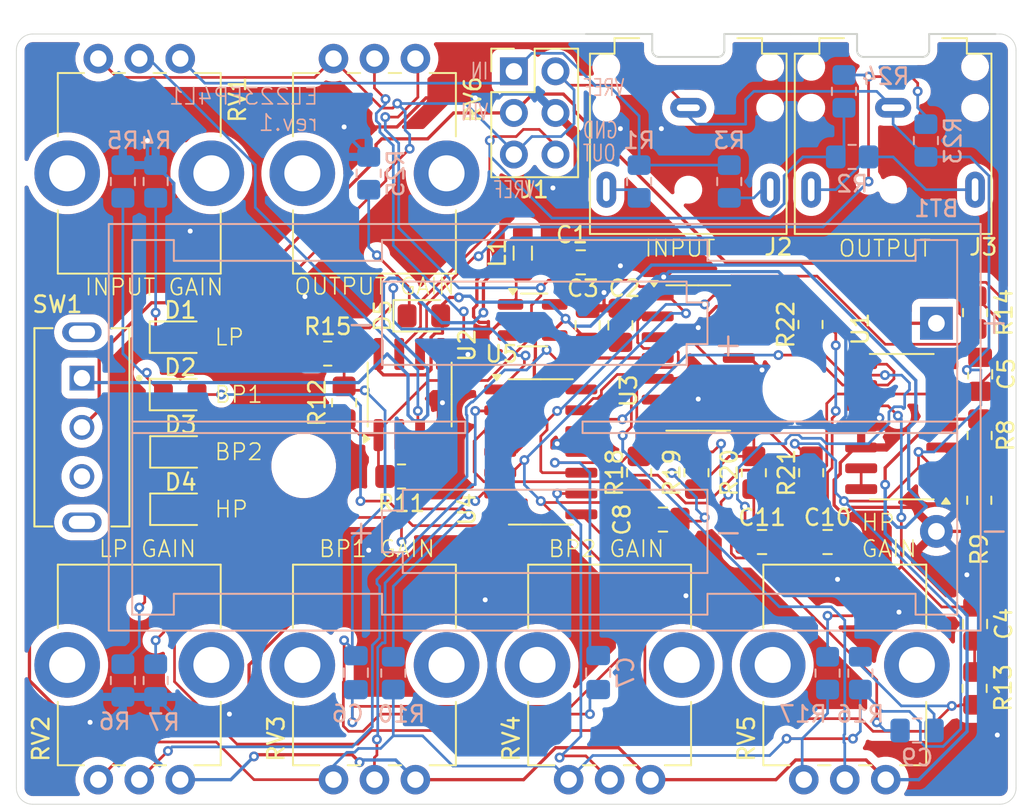
<source format=kicad_pcb>
(kicad_pcb
	(version 20241229)
	(generator "pcbnew")
	(generator_version "9.0")
	(general
		(thickness 1.6)
		(legacy_teardrops no)
	)
	(paper "USLetter")
	(layers
		(0 "F.Cu" signal)
		(2 "B.Cu" signal)
		(9 "F.Adhes" user "F.Adhesive")
		(11 "B.Adhes" user "B.Adhesive")
		(13 "F.Paste" user)
		(15 "B.Paste" user)
		(5 "F.SilkS" user "F.Silkscreen")
		(7 "B.SilkS" user "B.Silkscreen")
		(1 "F.Mask" user)
		(3 "B.Mask" user)
		(17 "Dwgs.User" user "User.Drawings")
		(19 "Cmts.User" user "User.Comments")
		(21 "Eco1.User" user "User.Eco1")
		(23 "Eco2.User" user "User.Eco2")
		(25 "Edge.Cuts" user)
		(27 "Margin" user)
		(31 "F.CrtYd" user "F.Courtyard")
		(29 "B.CrtYd" user "B.Courtyard")
		(35 "F.Fab" user)
		(33 "B.Fab" user)
		(39 "User.1" user)
		(41 "User.2" user)
		(43 "User.3" user)
		(45 "User.4" user)
	)
	(setup
		(stackup
			(layer "F.SilkS"
				(type "Top Silk Screen")
			)
			(layer "F.Paste"
				(type "Top Solder Paste")
			)
			(layer "F.Mask"
				(type "Top Solder Mask")
				(thickness 0.01)
			)
			(layer "F.Cu"
				(type "copper")
				(thickness 0.035)
			)
			(layer "dielectric 1"
				(type "core")
				(thickness 1.51)
				(material "FR4")
				(epsilon_r 4.5)
				(loss_tangent 0.02)
			)
			(layer "B.Cu"
				(type "copper")
				(thickness 0.035)
			)
			(layer "B.Mask"
				(type "Bottom Solder Mask")
				(thickness 0.01)
			)
			(layer "B.Paste"
				(type "Bottom Solder Paste")
			)
			(layer "B.SilkS"
				(type "Bottom Silk Screen")
			)
			(copper_finish "None")
			(dielectric_constraints no)
		)
		(pad_to_mask_clearance 0)
		(allow_soldermask_bridges_in_footprints no)
		(tenting front back)
		(aux_axis_origin 25 23.5)
		(grid_origin 55.357994 25.776109)
		(pcbplotparams
			(layerselection 0x00000000_00000000_55555555_5755f5ff)
			(plot_on_all_layers_selection 0x00000000_00000000_00000000_00000000)
			(disableapertmacros no)
			(usegerberextensions no)
			(usegerberattributes yes)
			(usegerberadvancedattributes yes)
			(creategerberjobfile yes)
			(dashed_line_dash_ratio 12.000000)
			(dashed_line_gap_ratio 3.000000)
			(svgprecision 4)
			(plotframeref no)
			(mode 1)
			(useauxorigin no)
			(hpglpennumber 1)
			(hpglpenspeed 20)
			(hpglpendiameter 15.000000)
			(pdf_front_fp_property_popups yes)
			(pdf_back_fp_property_popups yes)
			(pdf_metadata yes)
			(pdf_single_document no)
			(dxfpolygonmode yes)
			(dxfimperialunits yes)
			(dxfusepcbnewfont yes)
			(psnegative no)
			(psa4output no)
			(plot_black_and_white yes)
			(plotinvisibletext no)
			(sketchpadsonfab no)
			(plotpadnumbers no)
			(hidednponfab no)
			(sketchdnponfab yes)
			(crossoutdnponfab yes)
			(subtractmaskfromsilk no)
			(outputformat 1)
			(mirror no)
			(drillshape 0)
			(scaleselection 1)
			(outputdirectory "prod/")
		)
	)
	(net 0 "")
	(net 1 "GND")
	(net 2 "Net-(U1B-+)")
	(net 3 "VREF")
	(net 4 "Net-(U3A--)")
	(net 5 "Net-(U3C--)")
	(net 6 "/FILTERS/OBP1")
	(net 7 "/RAIL_GEN/VIN+")
	(net 8 "VCC")
	(net 9 "/FILTERS/IBP1")
	(net 10 "Net-(U1C-+)")
	(net 11 "/FILTERS/OBP2")
	(net 12 "Net-(C10-Pad1)")
	(net 13 "Net-(U3D--)")
	(net 14 "/LED_GAIN/OUTA")
	(net 15 "Net-(D1-K)")
	(net 16 "/LED_GAIN/OUTB")
	(net 17 "Net-(D2-K)")
	(net 18 "/LED_GAIN/OUTC")
	(net 19 "Net-(D3-K)")
	(net 20 "Net-(D4-K)")
	(net 21 "/LED_GAIN/OUTD")
	(net 22 "OUT")
	(net 23 "IN")
	(net 24 "Net-(J2-PadR)")
	(net 25 "Net-(J2-PadT)")
	(net 26 "Net-(J3-PadR)")
	(net 27 "Net-(U5-SW)")
	(net 28 "Net-(U1A-+)")
	(net 29 "/LED_GAIN/AREF")
	(net 30 "/LED_GAIN/BREF")
	(net 31 "/LED_GAIN/CREF")
	(net 32 "/LED_GAIN/DREF")
	(net 33 "Net-(U1D--)")
	(net 34 "/FILTERS/OHP")
	(net 35 "/FILTERS/OLP")
	(net 36 "Net-(U3B--)")
	(net 37 "unconnected-(U5-NC-Pad3)")
	(net 38 "unconnected-(U5-NC-Pad5)")
	(net 39 "Net-(C6-Pad1)")
	(net 40 "Net-(C8-Pad1)")
	(net 41 "Net-(C8-Pad2)")
	(net 42 "Net-(U2A--)")
	(net 43 "Net-(U2B--)")
	(net 44 "Net-(U2A-+)")
	(net 45 "Net-(U2B-+)")
	(net 46 "unconnected-(SW1-C-Pad3)")
	(net 47 "VIN")
	(net 48 "Net-(D5-K)")
	(footprint "Custom:Jack_3.5mm_CUI_SJ1-3523N_Horizontal" (layer "F.Cu") (at 66 28 180))
	(footprint "LED_SMD:LED_0805_2012Metric_Pad1.15x1.40mm_HandSolder" (layer "F.Cu") (at 35.025 52.5))
	(footprint "Connector_PinHeader_2.54mm:PinHeader_2x03_P2.54mm_Vertical" (layer "F.Cu") (at 55.357994 25.776109))
	(footprint "LED_SMD:LED_0805_2012Metric_Pad1.15x1.40mm_HandSolder" (layer "F.Cu") (at 35 45.5))
	(footprint "Capacitor_SMD:C_0805_2012Metric_Pad1.18x1.45mm_HandSolder" (layer "F.Cu") (at 64.45468 53.129359))
	(footprint "Capacitor_SMD:C_0805_2012Metric_Pad1.18x1.45mm_HandSolder" (layer "F.Cu") (at 59.857994 41.276109 90))
	(footprint "Inductor_SMD:L_0805_2012Metric_Pad1.05x1.20mm_HandSolder" (layer "F.Cu") (at 55.902446 36.870426 90))
	(footprint "Package_SO:SOIC-14_3.9x8.7mm_P1.27mm" (layer "F.Cu") (at 57 49))
	(footprint "Package_TO_SOT_SMD:SOT-23-5_HandSoldering" (layer "F.Cu") (at 56.5 40.95))
	(footprint "Capacitor_SMD:C_0805_2012Metric_Pad1.18x1.45mm_HandSolder" (layer "F.Cu") (at 70.5 54.5 180))
	(footprint "LED_SMD:LED_0805_2012Metric_Pad1.15x1.40mm_HandSolder" (layer "F.Cu") (at 35 42))
	(footprint "Resistor_SMD:R_0805_2012Metric_Pad1.20x1.40mm_HandSolder" (layer "F.Cu") (at 48.5 50.5 180))
	(footprint "Custom:Jack_3.5mm_CUI_SJ1-3523N_Horizontal" (layer "F.Cu") (at 78.5 28 180))
	(footprint "Resistor_SMD:R_0805_2012Metric_Pad1.20x1.40mm_HandSolder" (layer "F.Cu") (at 83.5 40.5 90))
	(footprint "Capacitor_SMD:C_0805_2012Metric_Pad1.18x1.45mm_HandSolder" (layer "F.Cu") (at 83.5 59.5 90))
	(footprint "Resistor_SMD:R_0805_2012Metric_Pad1.20x1.40mm_HandSolder" (layer "F.Cu") (at 45 46 90))
	(footprint "Package_SO:SOIC-14_3.9x8.7mm_P1.27mm" (layer "F.Cu") (at 79.025 47.46 180))
	(footprint "Capacitor_SMD:C_0805_2012Metric_Pad1.18x1.45mm_HandSolder" (layer "F.Cu") (at 83.808728 44.265881 -90))
	(footprint "Custom:Potentiometer_Bourns_PTV09A-1_Single_Vertical" (layer "F.Cu") (at 44.35 25 -90))
	(footprint "Capacitor_SMD:C_0805_2012Metric_Pad1.18x1.45mm_HandSolder" (layer "F.Cu") (at 59.439946 37.432926))
	(footprint "Resistor_SMD:R_0805_2012Metric_Pad1.20x1.40mm_HandSolder" (layer "F.Cu") (at 73.457994 41.226109 90))
	(footprint "Custom:Potentiometer_Bourns_PTV09A-1_Single_Vertical" (layer "F.Cu") (at 35 69 90))
	(footprint "Custom:Potentiometer_Bourns_PTV09A-1_Single_Vertical" (layer "F.Cu") (at 78.05 69 90))
	(footprint "Resistor_SMD:R_0805_2012Metric_Pad1.20x1.40mm_HandSolder" (layer "F.Cu") (at 70 50.27 -90))
	(footprint "LED_SMD:LED_0805_2012Metric_Pad1.15x1.40mm_HandSolder" (layer "F.Cu") (at 49.866032 40.694171))
	(footprint "Resistor_SMD:R_0805_2012Metric_Pad1.20x1.40mm_HandSolder" (layer "F.Cu") (at 66.5 50.27 -90))
	(footprint "Package_SO:SOIC-14_3.9x8.7mm_P1.27mm" (layer "F.Cu") (at 66.607994 43.27))
	(footprint "Resistor_SMD:R_0805_2012Metric_Pad1.20x1.40mm_HandSolder" (layer "F.Cu") (at 83.756554 51.949585 -90))
	(footprint "Capacitor_SMD:C_0805_2012Metric_Pad1.18x1.45mm_HandSolder" (layer "F.Cu") (at 61.857994 41.276109 90))
	(footprint "Custom:SW_SLW-121586-5A-D" (layer "F.Cu") (at 29 47.5 -90))
	(footprint "Custom:Potentiometer_Bourns_PTV09A-1_Single_Vertical" (layer "F.Cu") (at 63.7 69 90))
	(footprint "Resistor_SMD:R_0805_2012Metric_Pad1.20x1.40mm_HandSolder" (layer "F.Cu") (at 44 43))
	(footprint "Capacitor_SMD:C_0805_2012Metric_Pad1.18x1.45mm_HandSolder"
		(layer "F.Cu")
		(uuid "c427f57e-bb06-4e99-9c65-f5adb0074211")
		(at 74.5 54.5)
		(descr "Capacitor SMD 0805 (2012 Metric), square (rectangular) end terminal, IPC_7351 nominal with elongated pad fo
... [542424 chars truncated]
</source>
